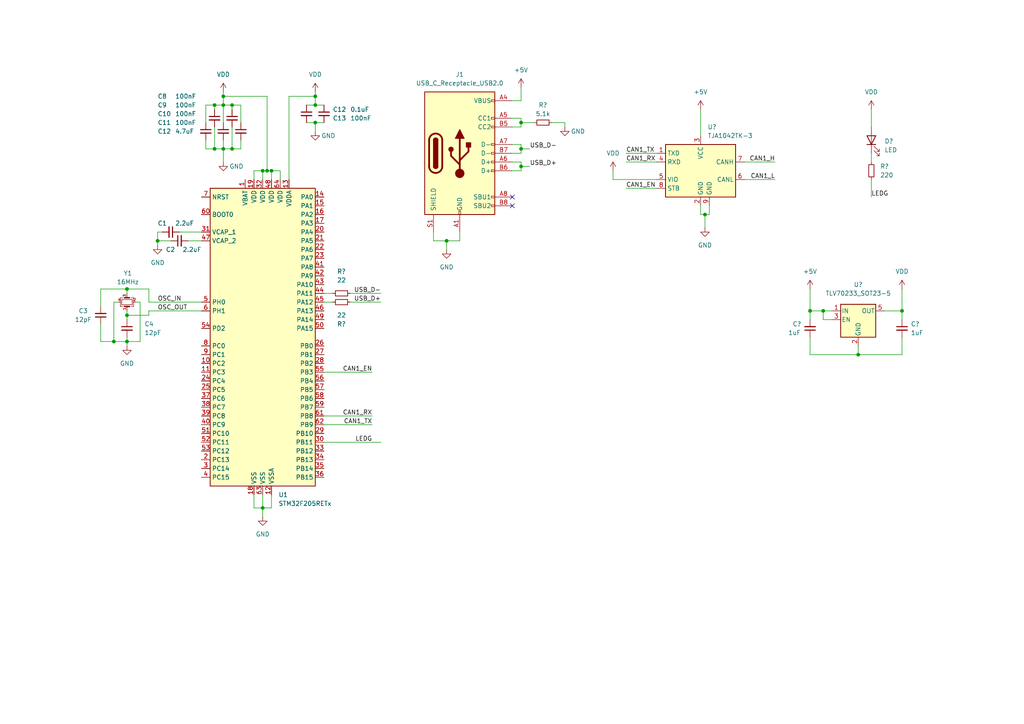
<source format=kicad_sch>
(kicad_sch (version 20211123) (generator eeschema)
  (paper "A4")
  (lib_symbols
    (symbol "Connector:USB_C_Receptacle_USB2.0" (pin_names (offset 1.016))
      (property "Reference" "J" (at -10.16 19.05 0))
      (property "Value" "USB_C_Receptacle_USB2.0" (at 19.05 19.05 0))
      (symbol "USB_C_Receptacle_USB2.0_0_0"
        (rectangle (start -0.254 -17.78) (end 0.254 -16.764))
        (rectangle (start 10.16 -14.986) (end 9.144 -15.494))
        (rectangle (start 10.16 -12.446) (end 9.144 -12.954))
        (rectangle (start 10.16 -4.826) (end 9.144 -5.334))
        (rectangle (start 10.16 -2.286) (end 9.144 -2.794))
        (rectangle (start 10.16 0.254) (end 9.144 -0.254))
        (rectangle (start 10.16 2.794) (end 9.144 2.286))
        (rectangle (start 10.16 7.874) (end 9.144 7.366))
        (rectangle (start 10.16 10.414) (end 9.144 9.906))
        (rectangle (start 10.16 15.494) (end 9.144 14.986))
      )
      (symbol "USB_C_Receptacle_USB2.0_0_1"
        (rectangle (start -10.16 17.78) (end 10.16 -17.78) (stroke (width 0.254)) (fill (type background)))
        (arc (start -8.89 -3.81) (mid -6.985 -5.715) (end -5.08 -3.81) (stroke (width 0.508)))
        (arc (start -7.62 -3.81) (mid -6.985 -4.445) (end -6.35 -3.81) (stroke (width 0.254)))
        (arc (start -7.62 -3.81) (mid -6.985 -4.445) (end -6.35 -3.81) (stroke (width 0.254)) (fill (type outline)))
        (rectangle (start -7.62 -3.81) (end -6.35 3.81) (stroke (width 0.254)) (fill (type outline)))
        (arc (start -6.35 3.81) (mid -6.985 4.445) (end -7.62 3.81) (stroke (width 0.254)))
        (arc (start -6.35 3.81) (mid -6.985 4.445) (end -7.62 3.81) (stroke (width 0.254)) (fill (type outline)))
        (arc (start -5.08 3.81) (mid -6.985 5.715) (end -8.89 3.81) (stroke (width 0.508)))
        (circle (center -2.54 1.143) (radius 0.635) (stroke (width 0.254)) (fill (type outline)))
        (circle (center 0 -5.842) (radius 1.27) (fill (type outline)))
        (polyline (pts (xy -8.89 -3.81) (xy -8.89 3.81)) (stroke (width 0.508)))
        (polyline (pts (xy -5.08 3.81) (xy -5.08 -3.81)) (stroke (width 0.508)))
        (polyline (pts (xy 0 -5.842) (xy 0 4.318)) (stroke (width 0.508)))
        (polyline (pts (xy 0 -3.302) (xy -2.54 -0.762) (xy -2.54 0.508)) (stroke (width 0.508)))
        (polyline (pts (xy 0 -2.032) (xy 2.54 0.508) (xy 2.54 1.778)) (stroke (width 0.508)))
        (polyline (pts (xy -1.27 4.318) (xy 0 6.858) (xy 1.27 4.318) (xy -1.27 4.318)) (stroke (width 0.254)) (fill (type outline)))
        (rectangle (start 1.905 1.778) (end 3.175 3.048) (stroke (width 0.254)) (fill (type outline)))
      )
      (symbol "USB_C_Receptacle_USB2.0_1_1"
        (pin passive line (at 0 -22.86 90) (length 5.08) (name "GND") (number "A1"))
        (pin passive line (at 0 -22.86 90) (length 5.08) hide (name "GND") (number "A12"))
        (pin passive line (at 15.24 15.24 180) (length 5.08) (name "VBUS") (number "A4"))
        (pin bidirectional line (at 15.24 10.16 180) (length 5.08) (name "CC1") (number "A5"))
        (pin bidirectional line (at 15.24 -2.54 180) (length 5.08) (name "D+") (number "A6"))
        (pin bidirectional line (at 15.24 2.54 180) (length 5.08) (name "D-") (number "A7"))
        (pin bidirectional line (at 15.24 -12.7 180) (length 5.08) (name "SBU1") (number "A8"))
        (pin passive line (at 15.24 15.24 180) (length 5.08) hide (name "VBUS") (number "A9"))
        (pin passive line (at 0 -22.86 90) (length 5.08) hide (name "GND") (number "B1"))
        (pin passive line (at 0 -22.86 90) (length 5.08) hide (name "GND") (number "B12"))
        (pin passive line (at 15.24 15.24 180) (length 5.08) hide (name "VBUS") (number "B4"))
        (pin bidirectional line (at 15.24 7.62 180) (length 5.08) (name "CC2") (number "B5"))
        (pin bidirectional line (at 15.24 -5.08 180) (length 5.08) (name "D+") (number "B6"))
        (pin bidirectional line (at 15.24 0 180) (length 5.08) (name "D-") (number "B7"))
        (pin bidirectional line (at 15.24 -15.24 180) (length 5.08) (name "SBU2") (number "B8"))
        (pin passive line (at 15.24 15.24 180) (length 5.08) hide (name "VBUS") (number "B9"))
        (pin passive line (at -7.62 -22.86 90) (length 5.08) (name "SHIELD") (number "S1"))
      )
    )
    (symbol "Device:C_Small" (pin_numbers hide) (pin_names (offset 0.254) hide)
      (property "Reference" "C" (at 0.254 1.778 0))
      (property "Value" "C_Small" (at 0.254 -2.032 0))
      (symbol "C_Small_0_1"
        (polyline (pts (xy -1.524 -0.508) (xy 1.524 -0.508)) (stroke (width 0.3302)))
        (polyline (pts (xy -1.524 0.508) (xy 1.524 0.508)) (stroke (width 0.3048)))
      )
      (symbol "C_Small_1_1"
        (pin passive line (at 0 2.54 270) (length 2.032) (name "~") (number "1"))
        (pin passive line (at 0 -2.54 90) (length 2.032) (name "~") (number "2"))
      )
    )
    (symbol "Device:Crystal_GND24_Small" (pin_names (offset 1.016) hide)
      (property "Reference" "Y" (at 1.27 4.445 0))
      (property "Value" "Crystal_GND24_Small" (at 1.27 2.54 0))
      (symbol "Crystal_GND24_Small_0_1"
        (rectangle (start -0.762 -1.524) (end 0.762 1.524))
        (polyline (pts (xy -1.27 -0.762) (xy -1.27 0.762)) (stroke (width 0.381)))
        (polyline (pts (xy 1.27 -0.762) (xy 1.27 0.762)) (stroke (width 0.381)))
        (polyline (pts (xy -1.27 -1.27) (xy -1.27 -1.905) (xy 1.27 -1.905) (xy 1.27 -1.27)))
        (polyline (pts (xy -1.27 1.27) (xy -1.27 1.905) (xy 1.27 1.905) (xy 1.27 1.27)))
      )
      (symbol "Crystal_GND24_Small_1_1"
        (pin passive line (at -2.54 0 0) (length 1.27) (name "1") (number "1"))
        (pin passive line (at 0 -2.54 90) (length 0.635) (name "2") (number "2"))
        (pin passive line (at 2.54 0 180) (length 1.27) (name "3") (number "3"))
        (pin passive line (at 0 2.54 270) (length 0.635) (name "4") (number "4"))
      )
    )
    (symbol "Device:LED" (pin_numbers hide) (pin_names (offset 1.016) hide)
      (property "Reference" "D" (at 0 2.54 0))
      (property "Value" "LED" (at 0 -2.54 0))
      (symbol "LED_0_1"
        (polyline (pts (xy -1.27 -1.27) (xy -1.27 1.27)) (stroke (width 0.254)))
        (polyline (pts (xy -1.27 0) (xy 1.27 0)))
        (polyline (pts (xy 1.27 -1.27) (xy 1.27 1.27) (xy -1.27 0) (xy 1.27 -1.27)) (stroke (width 0.254)))
        (polyline (pts (xy -3.048 -0.762) (xy -4.572 -2.286) (xy -3.81 -2.286) (xy -4.572 -2.286) (xy -4.572 -1.524)))
        (polyline (pts (xy -1.778 -0.762) (xy -3.302 -2.286) (xy -2.54 -2.286) (xy -3.302 -2.286) (xy -3.302 -1.524)))
      )
      (symbol "LED_1_1"
        (pin passive line (at -3.81 0 0) (length 2.54) (name "K") (number "1"))
        (pin passive line (at 3.81 0 180) (length 2.54) (name "A") (number "2"))
      )
    )
    (symbol "Device:R_Small" (pin_numbers hide) (pin_names (offset 0.254) hide)
      (property "Reference" "R" (at 0.762 0.508 0))
      (property "Value" "R_Small" (at 0.762 -1.016 0))
      (symbol "R_Small_0_1"
        (rectangle (start -0.762 1.778) (end 0.762 -1.778) (stroke (width 0.2032)))
      )
      (symbol "R_Small_1_1"
        (pin passive line (at 0 2.54 270) (length 0.762) (name "~") (number "1"))
        (pin passive line (at 0 -2.54 90) (length 0.762) (name "~") (number "2"))
      )
    )
    (symbol "Interface_CAN_LIN:TJA1042TK-3"
      (property "Reference" "U" (at -10.16 8.89 0))
      (property "Value" "TJA1042TK-3" (at 1.27 8.89 0))
      (symbol "TJA1042TK-3_0_1"
        (rectangle (start -10.16 7.62) (end 10.16 -7.62) (stroke (width 0.254)) (fill (type background)))
      )
      (symbol "TJA1042TK-3_1_1"
        (pin input line (at -12.7 5.08 0) (length 2.54) (name "TXD") (number "1"))
        (pin power_in line (at 0 -10.16 90) (length 2.54) (name "GND") (number "2"))
        (pin power_in line (at 0 10.16 270) (length 2.54) (name "VCC") (number "3"))
        (pin output line (at -12.7 2.54 0) (length 2.54) (name "RXD") (number "4"))
        (pin power_in line (at -12.7 -2.54 0) (length 2.54) (name "VIO") (number "5"))
        (pin bidirectional line (at 12.7 -2.54 180) (length 2.54) (name "CANL") (number "6"))
        (pin bidirectional line (at 12.7 2.54 180) (length 2.54) (name "CANH") (number "7"))
        (pin input line (at -12.7 -5.08 0) (length 2.54) (name "STB") (number "8"))
        (pin power_in line (at 2.54 -10.16 90) (length 2.54) (name "GND") (number "9"))
      )
    )
    (symbol "MCU_ST_STM32F2:STM32F205RETx"
      (property "Reference" "U" (at -15.24 44.45 0))
      (property "Value" "STM32F205RETx" (at 10.16 44.45 0))
      (symbol "STM32F205RETx_0_1"
        (rectangle (start -15.24 -43.18) (end 15.24 43.18) (stroke (width 0.254)) (fill (type background)))
      )
      (symbol "STM32F205RETx_1_1"
        (pin power_in line (at -5.08 45.72 270) (length 2.54) (name "VBAT") (number "1"))
        (pin bidirectional line (at -17.78 -7.62 0) (length 2.54) (name "PC2") (number "10"))
        (pin bidirectional line (at -17.78 -10.16 0) (length 2.54) (name "PC3") (number "11"))
        (pin power_in line (at 2.54 -45.72 90) (length 2.54) (name "VSSA") (number "12"))
        (pin power_in line (at 7.62 45.72 270) (length 2.54) (name "VDDA") (number "13"))
        (pin bidirectional line (at 17.78 40.64 180) (length 2.54) (name "PA0") (number "14"))
        (pin bidirectional line (at 17.78 38.1 180) (length 2.54) (name "PA1") (number "15"))
        (pin bidirectional line (at 17.78 35.56 180) (length 2.54) (name "PA2") (number "16"))
        (pin bidirectional line (at 17.78 33.02 180) (length 2.54) (name "PA3") (number "17"))
        (pin power_in line (at -2.54 -45.72 90) (length 2.54) (name "VSS") (number "18"))
        (pin power_in line (at -2.54 45.72 270) (length 2.54) (name "VDD") (number "19"))
        (pin bidirectional line (at -17.78 -35.56 0) (length 2.54) (name "PC13") (number "2"))
        (pin bidirectional line (at 17.78 30.48 180) (length 2.54) (name "PA4") (number "20"))
        (pin bidirectional line (at 17.78 27.94 180) (length 2.54) (name "PA5") (number "21"))
        (pin bidirectional line (at 17.78 25.4 180) (length 2.54) (name "PA6") (number "22"))
        (pin bidirectional line (at 17.78 22.86 180) (length 2.54) (name "PA7") (number "23"))
        (pin bidirectional line (at -17.78 -12.7 0) (length 2.54) (name "PC4") (number "24"))
        (pin bidirectional line (at -17.78 -15.24 0) (length 2.54) (name "PC5") (number "25"))
        (pin bidirectional line (at 17.78 -2.54 180) (length 2.54) (name "PB0") (number "26"))
        (pin bidirectional line (at 17.78 -5.08 180) (length 2.54) (name "PB1") (number "27"))
        (pin bidirectional line (at 17.78 -7.62 180) (length 2.54) (name "PB2") (number "28"))
        (pin bidirectional line (at 17.78 -27.94 180) (length 2.54) (name "PB10") (number "29"))
        (pin bidirectional line (at -17.78 -38.1 0) (length 2.54) (name "PC14") (number "3"))
        (pin bidirectional line (at 17.78 -30.48 180) (length 2.54) (name "PB11") (number "30"))
        (pin power_in line (at -17.78 30.48 0) (length 2.54) (name "VCAP_1") (number "31"))
        (pin power_in line (at 0 45.72 270) (length 2.54) (name "VDD") (number "32"))
        (pin bidirectional line (at 17.78 -33.02 180) (length 2.54) (name "PB12") (number "33"))
        (pin bidirectional line (at 17.78 -35.56 180) (length 2.54) (name "PB13") (number "34"))
        (pin bidirectional line (at 17.78 -38.1 180) (length 2.54) (name "PB14") (number "35"))
        (pin bidirectional line (at 17.78 -40.64 180) (length 2.54) (name "PB15") (number "36"))
        (pin bidirectional line (at -17.78 -17.78 0) (length 2.54) (name "PC6") (number "37"))
        (pin bidirectional line (at -17.78 -20.32 0) (length 2.54) (name "PC7") (number "38"))
        (pin bidirectional line (at -17.78 -22.86 0) (length 2.54) (name "PC8") (number "39"))
        (pin bidirectional line (at -17.78 -40.64 0) (length 2.54) (name "PC15") (number "4"))
        (pin bidirectional line (at -17.78 -25.4 0) (length 2.54) (name "PC9") (number "40"))
        (pin bidirectional line (at 17.78 20.32 180) (length 2.54) (name "PA8") (number "41"))
        (pin bidirectional line (at 17.78 17.78 180) (length 2.54) (name "PA9") (number "42"))
        (pin bidirectional line (at 17.78 15.24 180) (length 2.54) (name "PA10") (number "43"))
        (pin bidirectional line (at 17.78 12.7 180) (length 2.54) (name "PA11") (number "44"))
        (pin bidirectional line (at 17.78 10.16 180) (length 2.54) (name "PA12") (number "45"))
        (pin bidirectional line (at 17.78 7.62 180) (length 2.54) (name "PA13") (number "46"))
        (pin power_in line (at -17.78 27.94 0) (length 2.54) (name "VCAP_2") (number "47"))
        (pin power_in line (at 2.54 45.72 270) (length 2.54) (name "VDD") (number "48"))
        (pin bidirectional line (at 17.78 5.08 180) (length 2.54) (name "PA14") (number "49"))
        (pin input line (at -17.78 10.16 0) (length 2.54) (name "PH0") (number "5"))
        (pin bidirectional line (at 17.78 2.54 180) (length 2.54) (name "PA15") (number "50"))
        (pin bidirectional line (at -17.78 -27.94 0) (length 2.54) (name "PC10") (number "51"))
        (pin bidirectional line (at -17.78 -30.48 0) (length 2.54) (name "PC11") (number "52"))
        (pin bidirectional line (at -17.78 -33.02 0) (length 2.54) (name "PC12") (number "53"))
        (pin bidirectional line (at -17.78 2.54 0) (length 2.54) (name "PD2") (number "54"))
        (pin bidirectional line (at 17.78 -10.16 180) (length 2.54) (name "PB3") (number "55"))
        (pin bidirectional line (at 17.78 -12.7 180) (length 2.54) (name "PB4") (number "56"))
        (pin bidirectional line (at 17.78 -15.24 180) (length 2.54) (name "PB5") (number "57"))
        (pin bidirectional line (at 17.78 -17.78 180) (length 2.54) (name "PB6") (number "58"))
        (pin bidirectional line (at 17.78 -20.32 180) (length 2.54) (name "PB7") (number "59"))
        (pin input line (at -17.78 7.62 0) (length 2.54) (name "PH1") (number "6"))
        (pin input line (at -17.78 35.56 0) (length 2.54) (name "BOOT0") (number "60"))
        (pin bidirectional line (at 17.78 -22.86 180) (length 2.54) (name "PB8") (number "61"))
        (pin bidirectional line (at 17.78 -25.4 180) (length 2.54) (name "PB9") (number "62"))
        (pin power_in line (at 0 -45.72 90) (length 2.54) (name "VSS") (number "63"))
        (pin power_in line (at 5.08 45.72 270) (length 2.54) (name "VDD") (number "64"))
        (pin input line (at -17.78 40.64 0) (length 2.54) (name "NRST") (number "7"))
        (pin bidirectional line (at -17.78 -2.54 0) (length 2.54) (name "PC0") (number "8"))
        (pin bidirectional line (at -17.78 -5.08 0) (length 2.54) (name "PC1") (number "9"))
      )
    )
    (symbol "Regulator_Linear:TLV70233_SOT23-5" (pin_names (offset 0.254))
      (property "Reference" "U" (at -3.81 5.715 0))
      (property "Value" "TLV70233_SOT23-5" (at 0 5.715 0))
      (symbol "TLV70233_SOT23-5_0_1"
        (rectangle (start -5.08 4.445) (end 5.08 -5.08) (stroke (width 0.254)) (fill (type background)))
      )
      (symbol "TLV70233_SOT23-5_1_1"
        (pin power_in line (at -7.62 2.54 0) (length 2.54) (name "IN") (number "1"))
        (pin power_in line (at 0 -7.62 90) (length 2.54) (name "GND") (number "2"))
        (pin input line (at -7.62 0 0) (length 2.54) (name "EN") (number "3"))
        (pin no_connect line (at 5.08 0 180) (length 2.54) hide (name "NC") (number "4"))
        (pin power_out line (at 7.62 2.54 180) (length 2.54) (name "OUT") (number "5"))
      )
    )
    (symbol "power:+5V" (power) (pin_names (offset 0))
      (property "Value" "+5V" (at 0 3.556 0))
      (symbol "+5V_0_1"
        (polyline (pts (xy -0.762 1.27) (xy 0 2.54)))
        (polyline (pts (xy 0 0) (xy 0 2.54)))
        (polyline (pts (xy 0 2.54) (xy 0.762 1.27)))
      )
      (symbol "+5V_1_1"
        (pin power_in line (at 0 0 90) (length 0) hide (name "+5V") (number "1"))
      )
    )
    (symbol "power:GND" (power) (pin_names (offset 0))
      (property "Value" "GND" (at 0 -3.81 0))
      (symbol "GND_0_1"
        (polyline (pts (xy 0 0) (xy 0 -1.27) (xy 1.27 -1.27) (xy 0 -2.54) (xy -1.27 -1.27) (xy 0 -1.27)))
      )
      (symbol "GND_1_1"
        (pin power_in line (at 0 0 270) (length 0) hide (name "GND") (number "1"))
      )
    )
    (symbol "power:VDD" (power) (pin_names (offset 0))
      (property "Value" "VDD" (at 0 3.81 0))
      (symbol "VDD_0_1"
        (polyline (pts (xy -0.762 1.27) (xy 0 2.54)))
        (polyline (pts (xy 0 0) (xy 0 2.54)))
        (polyline (pts (xy 0 2.54) (xy 0.762 1.27)))
      )
      (symbol "VDD_1_1"
        (pin power_in line (at 0 0 90) (length 0) hide (name "VDD") (number "1"))
      )
    )
  )
  (junction (at 77.47 49.53))
  (junction (at 248.92 102.87))
  (junction (at 129.54 69.85))
  (junction (at 33.02 99.06))
  (junction (at 204.47 62.23))
  (junction (at 64.77 27.94))
  (junction (at 36.83 91.44))
  (junction (at 62.23 30.48))
  (junction (at 36.83 99.06))
  (junction (at 36.83 83.82))
  (junction (at 151.13 35.56))
  (junction (at 91.44 35.56))
  (junction (at 64.77 43.18))
  (junction (at 78.74 49.53))
  (junction (at 151.13 48.26))
  (junction (at 234.95 90.17))
  (junction (at 76.2 147.32))
  (junction (at 67.31 43.18))
  (junction (at 91.44 30.48))
  (junction (at 151.13 43.18))
  (junction (at 76.2 49.53))
  (junction (at 45.72 69.85))
  (junction (at 261.62 90.17))
  (junction (at 67.31 30.48))
  (junction (at 238.76 90.17))
  (junction (at 62.23 43.18))
  (junction (at 64.77 30.48))
  (junction (at 91.44 27.94))
  (no_connect (at 148.59 59.69))
  (no_connect (at 148.59 57.15))
  (wire (pts (xy 252.73 52.07) (xy 252.73 57.15)))
  (wire (pts (xy 238.76 90.17) (xy 241.3 90.17)))
  (wire (pts (xy 78.74 49.53) (xy 77.47 49.53)))
  (wire (pts (xy 36.83 91.44) (xy 36.83 92.71)))
  (wire (pts (xy 36.83 91.44) (xy 43.18 91.44)))
  (wire (pts (xy 77.47 27.94) (xy 77.47 49.53)))
  (wire (pts (xy 190.5 52.07) (xy 177.8 52.07)))
  (wire (pts (xy 36.83 83.82) (xy 43.18 83.82)))
  (wire (pts (xy 148.59 29.21) (xy 151.13 29.21)))
  (wire (pts (xy 101.6 87.63) (xy 110.49 87.63)))
  (wire (pts (xy 45.72 69.85) (xy 45.72 71.12)))
  (wire (pts (xy 177.8 49.53) (xy 177.8 52.07)))
  (wire (pts (xy 252.73 44.45) (xy 252.73 46.99)))
  (wire (pts (xy 43.18 90.17) (xy 43.18 91.44)))
  (wire (pts (xy 93.98 107.95) (xy 107.95 107.95)))
  (wire (pts (xy 77.47 49.53) (xy 76.2 49.53)))
  (wire (pts (xy 88.9 30.48) (xy 91.44 30.48)))
  (wire (pts (xy 151.13 34.29) (xy 148.59 34.29)))
  (wire (pts (xy 151.13 35.56) (xy 154.94 35.56)))
  (wire (pts (xy 67.31 43.18) (xy 69.85 43.18)))
  (wire (pts (xy 59.69 43.18) (xy 62.23 43.18)))
  (wire (pts (xy 261.62 92.71) (xy 261.62 90.17)))
  (wire (pts (xy 93.98 85.09) (xy 96.52 85.09)))
  (wire (pts (xy 58.42 90.17) (xy 43.18 90.17)))
  (wire (pts (xy 36.83 97.79) (xy 36.83 99.06)))
  (wire (pts (xy 205.74 62.23) (xy 205.74 59.69)))
  (wire (pts (xy 181.61 54.61) (xy 190.5 54.61)))
  (wire (pts (xy 151.13 43.18) (xy 153.67 43.18)))
  (wire (pts (xy 204.47 62.23) (xy 204.47 66.04)))
  (wire (pts (xy 148.59 46.99) (xy 151.13 46.99)))
  (wire (pts (xy 54.61 69.85) (xy 58.42 69.85)))
  (wire (pts (xy 215.9 46.99) (xy 224.79 46.99)))
  (wire (pts (xy 234.95 102.87) (xy 248.92 102.87)))
  (wire (pts (xy 148.59 41.91) (xy 151.13 41.91)))
  (wire (pts (xy 62.23 36.83) (xy 62.23 43.18)))
  (wire (pts (xy 73.66 52.07) (xy 73.66 49.53)))
  (wire (pts (xy 151.13 36.83) (xy 151.13 35.56)))
  (wire (pts (xy 73.66 147.32) (xy 76.2 147.32)))
  (wire (pts (xy 59.69 40.64) (xy 59.69 43.18)))
  (wire (pts (xy 203.2 31.75) (xy 203.2 39.37)))
  (wire (pts (xy 151.13 41.91) (xy 151.13 43.18)))
  (wire (pts (xy 261.62 83.82) (xy 261.62 90.17)))
  (wire (pts (xy 151.13 46.99) (xy 151.13 48.26)))
  (wire (pts (xy 40.64 99.06) (xy 36.83 99.06)))
  (wire (pts (xy 29.21 83.82) (xy 36.83 83.82)))
  (wire (pts (xy 133.35 69.85) (xy 133.35 67.31)))
  (wire (pts (xy 93.98 87.63) (xy 96.52 87.63)))
  (wire (pts (xy 148.59 44.45) (xy 151.13 44.45)))
  (wire (pts (xy 62.23 30.48) (xy 64.77 30.48)))
  (wire (pts (xy 64.77 26.67) (xy 64.77 27.94)))
  (wire (pts (xy 78.74 52.07) (xy 78.74 49.53)))
  (wire (pts (xy 241.3 92.71) (xy 238.76 92.71)))
  (wire (pts (xy 43.18 83.82) (xy 43.18 87.63)))
  (wire (pts (xy 234.95 92.71) (xy 234.95 90.17)))
  (wire (pts (xy 151.13 48.26) (xy 151.13 49.53)))
  (wire (pts (xy 101.6 85.09) (xy 110.49 85.09)))
  (wire (pts (xy 52.07 67.31) (xy 58.42 67.31)))
  (wire (pts (xy 204.47 62.23) (xy 205.74 62.23)))
  (wire (pts (xy 59.69 30.48) (xy 62.23 30.48)))
  (wire (pts (xy 91.44 35.56) (xy 93.98 35.56)))
  (wire (pts (xy 64.77 43.18) (xy 64.77 46.99)))
  (wire (pts (xy 234.95 90.17) (xy 238.76 90.17)))
  (wire (pts (xy 36.83 99.06) (xy 36.83 100.33)))
  (wire (pts (xy 59.69 35.56) (xy 59.69 30.48)))
  (wire (pts (xy 83.82 52.07) (xy 83.82 27.94)))
  (wire (pts (xy 148.59 36.83) (xy 151.13 36.83)))
  (wire (pts (xy 234.95 83.82) (xy 234.95 90.17)))
  (wire (pts (xy 151.13 48.26) (xy 153.67 48.26)))
  (wire (pts (xy 76.2 49.53) (xy 76.2 52.07)))
  (wire (pts (xy 69.85 35.56) (xy 69.85 30.48)))
  (wire (pts (xy 62.23 30.48) (xy 62.23 31.75)))
  (wire (pts (xy 46.99 67.31) (xy 45.72 67.31)))
  (wire (pts (xy 43.18 87.63) (xy 58.42 87.63)))
  (wire (pts (xy 252.73 31.75) (xy 252.73 36.83)))
  (wire (pts (xy 93.98 123.19) (xy 107.95 123.19)))
  (wire (pts (xy 64.77 27.94) (xy 77.47 27.94)))
  (wire (pts (xy 129.54 69.85) (xy 129.54 72.39)))
  (wire (pts (xy 29.21 99.06) (xy 29.21 93.98)))
  (wire (pts (xy 64.77 40.64) (xy 64.77 43.18)))
  (wire (pts (xy 91.44 38.1) (xy 91.44 35.56)))
  (wire (pts (xy 91.44 27.94) (xy 91.44 30.48)))
  (wire (pts (xy 67.31 30.48) (xy 64.77 30.48)))
  (wire (pts (xy 36.83 83.82) (xy 36.83 85.09)))
  (wire (pts (xy 64.77 27.94) (xy 64.77 30.48)))
  (wire (pts (xy 33.02 99.06) (xy 36.83 99.06)))
  (wire (pts (xy 261.62 97.79) (xy 261.62 102.87)))
  (wire (pts (xy 73.66 143.51) (xy 73.66 147.32)))
  (wire (pts (xy 81.28 49.53) (xy 78.74 49.53)))
  (wire (pts (xy 91.44 30.48) (xy 93.98 30.48)))
  (wire (pts (xy 69.85 43.18) (xy 69.85 40.64)))
  (wire (pts (xy 163.83 36.83) (xy 163.83 35.56)))
  (wire (pts (xy 33.02 87.63) (xy 33.02 99.06)))
  (wire (pts (xy 78.74 147.32) (xy 76.2 147.32)))
  (wire (pts (xy 76.2 147.32) (xy 76.2 143.51)))
  (wire (pts (xy 234.95 97.79) (xy 234.95 102.87)))
  (wire (pts (xy 67.31 36.83) (xy 67.31 43.18)))
  (wire (pts (xy 36.83 90.17) (xy 36.83 91.44)))
  (wire (pts (xy 40.64 87.63) (xy 39.37 87.63)))
  (wire (pts (xy 151.13 25.4) (xy 151.13 29.21)))
  (wire (pts (xy 69.85 30.48) (xy 67.31 30.48)))
  (wire (pts (xy 83.82 27.94) (xy 91.44 27.94)))
  (wire (pts (xy 40.64 87.63) (xy 40.64 99.06)))
  (wire (pts (xy 181.61 46.99) (xy 190.5 46.99)))
  (wire (pts (xy 151.13 43.18) (xy 151.13 44.45)))
  (wire (pts (xy 203.2 59.69) (xy 203.2 62.23)))
  (wire (pts (xy 76.2 147.32) (xy 76.2 149.86)))
  (wire (pts (xy 238.76 92.71) (xy 238.76 90.17)))
  (wire (pts (xy 91.44 26.67) (xy 91.44 27.94)))
  (wire (pts (xy 125.73 67.31) (xy 125.73 69.85)))
  (wire (pts (xy 64.77 43.18) (xy 67.31 43.18)))
  (wire (pts (xy 29.21 99.06) (xy 33.02 99.06)))
  (wire (pts (xy 129.54 69.85) (xy 133.35 69.85)))
  (wire (pts (xy 93.98 128.27) (xy 110.49 128.27)))
  (wire (pts (xy 73.66 49.53) (xy 76.2 49.53)))
  (wire (pts (xy 67.31 31.75) (xy 67.31 30.48)))
  (wire (pts (xy 203.2 62.23) (xy 204.47 62.23)))
  (wire (pts (xy 81.28 52.07) (xy 81.28 49.53)))
  (wire (pts (xy 160.02 35.56) (xy 163.83 35.56)))
  (wire (pts (xy 45.72 69.85) (xy 49.53 69.85)))
  (wire (pts (xy 64.77 35.56) (xy 64.77 30.48)))
  (wire (pts (xy 62.23 43.18) (xy 64.77 43.18)))
  (wire (pts (xy 261.62 102.87) (xy 248.92 102.87)))
  (wire (pts (xy 93.98 120.65) (xy 107.95 120.65)))
  (wire (pts (xy 34.29 87.63) (xy 33.02 87.63)))
  (wire (pts (xy 91.44 35.56) (xy 88.9 35.56)))
  (wire (pts (xy 151.13 35.56) (xy 151.13 34.29)))
  (wire (pts (xy 261.62 90.17) (xy 256.54 90.17)))
  (wire (pts (xy 248.92 102.87) (xy 248.92 100.33)))
  (wire (pts (xy 148.59 49.53) (xy 151.13 49.53)))
  (wire (pts (xy 78.74 143.51) (xy 78.74 147.32)))
  (wire (pts (xy 29.21 88.9) (xy 29.21 83.82)))
  (wire (pts (xy 45.72 67.31) (xy 45.72 69.85)))
  (wire (pts (xy 125.73 69.85) (xy 129.54 69.85)))
  (wire (pts (xy 215.9 52.07) (xy 224.79 52.07)))
  (wire (pts (xy 181.61 44.45) (xy 190.5 44.45)))
  (label "CAN1_L" (at 224.79 52.07 180))
  (label "CAN1_EN" (at 107.95 107.95 180))
  (label "OSC_OUT" (at 45.72 90.17 0))
  (label "USB_D+" (at 110.49 87.63 180))
  (label "CAN1_TX" (at 181.61 44.45 0))
  (label "LEDG" (at 252.73 57.15 0))
  (label "CAN1_RX" (at 107.95 120.65 180))
  (label "CAN1_EN" (at 181.61 54.61 0))
  (label "CAN1_H" (at 224.79 46.99 180))
  (label "USB_D-" (at 153.67 43.18 0))
  (label "OSC_IN" (at 45.72 87.63 0))
  (label "USB_D-" (at 110.49 85.09 180))
  (label "CAN1_TX" (at 107.95 123.19 180))
  (label "LEDG" (at 107.95 128.27 180))
  (label "CAN1_RX" (at 181.61 46.99 0))
  (label "USB_D+" (at 153.67 48.26 0))
  (symbol (lib_id "Device:C_Small") (at 36.83 95.25 0) (unit 1)
    (property "Reference" "C4" (at 41.91 93.98 0) (effects (justify left)))
    (property "Value" "12pF" (at 41.91 96.52 0) (effects (justify left)))
  )
  (symbol (lib_id "Device:R_Small") (at 99.06 85.09 90) (unit 1)
    (property "Reference" "R?" (at 99.06 78.74 90))
    (property "Value" "22" (at 99.06 81.28 90))
  )
  (symbol (lib_id "Device:C_Small") (at 64.77 38.1 0) (unit 1)
    (property "Reference" "C10" (at 45.72 33.02 0) (effects (justify left)))
    (property "Value" "100nF" (at 50.8 33.02 0) (effects (justify left)))
  )
  (symbol (lib_id "power:GND") (at 91.44 38.1 0) (unit 1)
    (property "Reference" "#PWR?" (effects hide))
    (property "Value" "GND" (at 95.25 39.37 0))
  )
  (symbol (lib_id "power:GND") (at 36.83 100.33 0) (unit 1)
    (property "Reference" "#PWR?" (effects hide))
    (property "Value" "GND" (at 36.83 105.41 0))
  )
  (symbol (lib_id "Interface_CAN_LIN:TJA1042TK-3") (at 203.2 49.53 0) (unit 1)
    (property "Reference" "U?" (at 205.2194 36.83 0) (effects (justify left)))
    (property "Value" "TJA1042TK-3" (at 205.2194 39.37 0) (effects (justify left)))
    (property "Footprint" "Package_DFN_QFN:DFN-8-1EP_3x3mm_P0.65mm_EP1.55x2.4mm" (effects hide))
    (property "Datasheet" "http://www.nxp.com/documents/data_sheet/TJA1042.pdf" (effects hide))
  )
  (symbol (lib_id "power:+5V") (at 203.2 31.75 0) (unit 1)
    (property "Reference" "#PWR?" (effects hide))
    (property "Value" "+5V" (at 203.2 26.67 0))
  )
  (symbol (lib_id "power:VDD") (at 252.73 31.75 0) (unit 1)
    (property "Reference" "#PWR?" (effects hide))
    (property "Value" "VDD" (at 252.73 26.67 0))
  )
  (symbol (lib_id "Regulator_Linear:TLV70233_SOT23-5") (at 248.92 92.71 0) (unit 1)
    (property "Reference" "U?" (at 248.92 82.55 0))
    (property "Value" "TLV70233_SOT23-5" (at 248.92 85.09 0))
    (property "Footprint" "Package_TO_SOT_SMD:SOT-23-5" (effects hide))
    (property "Datasheet" "http://www.ti.com/lit/ds/symlink/tlv702.pdf" (effects hide))
  )
  (symbol (lib_id "Device:C_Small") (at 69.85 38.1 0) (unit 1)
    (property "Reference" "C11" (at 45.72 35.56 0) (effects (justify left)))
    (property "Value" "100nF" (at 50.8 35.56 0) (effects (justify left)))
  )
  (symbol (lib_id "power:GND") (at 163.83 36.83 0) (unit 1)
    (property "Reference" "#PWR?" (effects hide))
    (property "Value" "GND" (at 167.64 38.1 0))
  )
  (symbol (lib_id "power:GND") (at 129.54 72.39 0) (unit 1)
    (property "Reference" "#PWR?" (effects hide))
    (property "Value" "GND" (at 129.54 77.47 0))
  )
  (symbol (lib_id "Device:C_Small") (at 88.9 33.02 0) (unit 1)
    (property "Reference" "C13" (at 96.52 34.29 0) (effects (justify left)))
    (property "Value" "100nF" (at 101.6 34.29 0) (effects (justify left)))
  )
  (symbol (lib_id "Device:C_Small") (at 52.07 69.85 90) (unit 1)
    (property "Reference" "C2" (at 50.8 72.39 90) (effects (justify left)))
    (property "Value" "2.2uF" (at 58.42 72.39 90) (effects (justify left)))
  )
  (symbol (lib_id "Device:C_Small") (at 261.62 95.25 0) (unit 1)
    (property "Reference" "C?" (at 264.16 93.9862 0) (effects (justify left)))
    (property "Value" "1uF" (at 264.16 96.5262 0) (effects (justify left)))
  )
  (symbol (lib_id "power:GND") (at 76.2 149.86 0) (unit 1)
    (property "Reference" "#PWR?" (effects hide))
    (property "Value" "GND" (at 76.2 154.94 0))
  )
  (symbol (lib_id "power:VDD") (at 261.62 83.82 0) (unit 1)
    (property "Reference" "#PWR?" (effects hide))
    (property "Value" "VDD" (at 261.62 78.74 0))
  )
  (symbol (lib_id "Device:LED") (at 252.73 40.64 90) (unit 1)
    (property "Reference" "D?" (at 256.54 40.9574 90) (effects (justify right)))
    (property "Value" "LED" (at 256.54 43.4974 90) (effects (justify right)))
  )
  (symbol (lib_id "power:+5V") (at 151.13 25.4 0) (unit 1)
    (property "Reference" "#PWR?" (effects hide))
    (property "Value" "+5V" (at 151.13 20.32 0))
  )
  (symbol (lib_id "power:VDD") (at 177.8 49.53 0) (unit 1)
    (property "Reference" "#PWR?" (effects hide))
    (property "Value" "VDD" (at 177.8 44.45 0))
  )
  (symbol (lib_id "Device:C_Small") (at 93.98 33.02 0) (unit 1)
    (property "Reference" "C12" (at 96.52 31.75 0) (effects (justify left)))
    (property "Value" "0.1uF" (at 101.6 31.75 0) (effects (justify left)))
  )
  (symbol (lib_id "Device:C_Small") (at 67.31 34.29 0) (unit 1)
    (property "Reference" "C9" (at 45.72 30.48 0) (effects (justify left)))
    (property "Value" "100nF" (at 50.8 30.48 0) (effects (justify left)))
  )
  (symbol (lib_id "Device:R_Small") (at 99.06 87.63 270) (unit 1)
    (property "Reference" "R?" (at 99.06 93.98 90))
    (property "Value" "22" (at 99.06 91.44 90))
  )
  (symbol (lib_id "Device:C_Small") (at 59.69 38.1 0) (unit 1)
    (property "Reference" "C12" (at 45.72 38.1 0) (effects (justify left)))
    (property "Value" "4.7uF" (at 50.8 38.1 0) (effects (justify left)))
  )
  (symbol (lib_id "MCU_ST_STM32F2:STM32F205RETx") (at 76.2 97.79 0) (unit 1)
    (property "Reference" "U1" (at 80.7594 143.51 0) (effects (justify left)))
    (property "Value" "STM32F205RETx" (at 80.7594 146.05 0) (effects (justify left)))
    (property "Footprint" "Package_QFP:LQFP-64_10x10mm_P0.5mm" (effects hide))
    (property "Datasheet" "http://www.st.com/st-web-ui/static/active/en/resource/technical/document/datasheet/CD00237391.pdf" (effects hide))
  )
  (symbol (lib_id "power:GND") (at 45.72 71.12 0) (unit 1)
    (property "Reference" "#PWR?" (effects hide))
    (property "Value" "GND" (at 45.72 76.2 0))
  )
  (symbol (lib_id "Device:C_Small") (at 29.21 91.44 180) (unit 1)
    (property "Reference" "C3" (at 24.1363 90.17 0))
    (property "Value" "12pF" (at 24.1363 92.71 0))
  )
  (symbol (lib_id "Device:C_Small") (at 62.23 34.29 0) (unit 1)
    (property "Reference" "C8" (at 45.72 27.94 0) (effects (justify left)))
    (property "Value" "100nF" (at 50.8 27.94 0) (effects (justify left)))
  )
  (symbol (lib_id "Device:C_Small") (at 234.95 95.25 180) (unit 1)
    (property "Reference" "C?" (at 229.87 93.98 0) (effects (justify right)))
    (property "Value" "1uF" (at 228.6 96.52 0) (effects (justify right)))
  )
  (symbol (lib_id "Device:C_Small") (at 49.53 67.31 270) (unit 1)
    (property "Reference" "C1" (at 45.72 64.77 90) (effects (justify left)))
    (property "Value" "2.2uF" (at 50.8 64.77 90) (effects (justify left)))
  )
  (symbol (lib_id "Device:Crystal_GND24_Small") (at 36.83 87.63 90) (unit 1)
    (property "Reference" "Y1" (at 37.084 79.248 90))
    (property "Value" "16MHz" (at 37.084 81.788 90))
    (property "Footprint" "Crystal:Crystal_SMD_Abracon_ABM8G-4Pin_3.2x2.5mm" (effects hide))
  )
  (symbol (lib_id "Device:R_Small") (at 252.73 49.53 0) (unit 1)
    (property "Reference" "R?" (at 255.27 48.2599 0) (effects (justify left)))
    (property "Value" "220" (at 255.27 50.7999 0) (effects (justify left)))
  )
  (symbol (lib_id "power:GND") (at 64.77 46.99 0) (unit 1)
    (property "Reference" "#PWR?" (effects hide))
    (property "Value" "GND" (at 68.58 48.26 0))
  )
  (symbol (lib_id "Connector:USB_C_Receptacle_USB2.0") (at 133.35 44.45 0) (unit 1)
    (property "Reference" "J1" (at 133.35 21.59 0))
    (property "Value" "USB_C_Receptacle_USB2.0" (at 133.35 24.13 0))
    (property "Datasheet" "https://www.usb.org/sites/default/files/documents/usb_type-c.zip" (effects hide))
  )
  (symbol (lib_id "power:VDD") (at 91.44 26.67 0) (unit 1)
    (property "Reference" "#PWR?" (effects hide))
    (property "Value" "VDD" (at 91.44 21.59 0))
  )
  (symbol (lib_id "power:GND") (at 204.47 66.04 0) (unit 1)
    (property "Reference" "#PWR?" (effects hide))
    (property "Value" "GND" (at 204.47 71.12 0))
  )
  (symbol (lib_id "power:+5V") (at 234.95 83.82 0) (unit 1)
    (property "Reference" "#PWR?" (effects hide))
    (property "Value" "+5V" (at 234.95 78.74 0))
  )
  (symbol (lib_id "Device:R_Small") (at 157.48 35.56 90) (unit 1)
    (property "Reference" "R?" (at 157.48 30.48 90))
    (property "Value" "5.1k" (at 157.48 33.02 90))
  )
  (symbol (lib_id "power:VDD") (at 64.77 26.67 0) (unit 1)
    (property "Reference" "#PWR?" (effects hide))
    (property "Value" "VDD" (at 64.77 21.59 0))
  )
)
</source>
